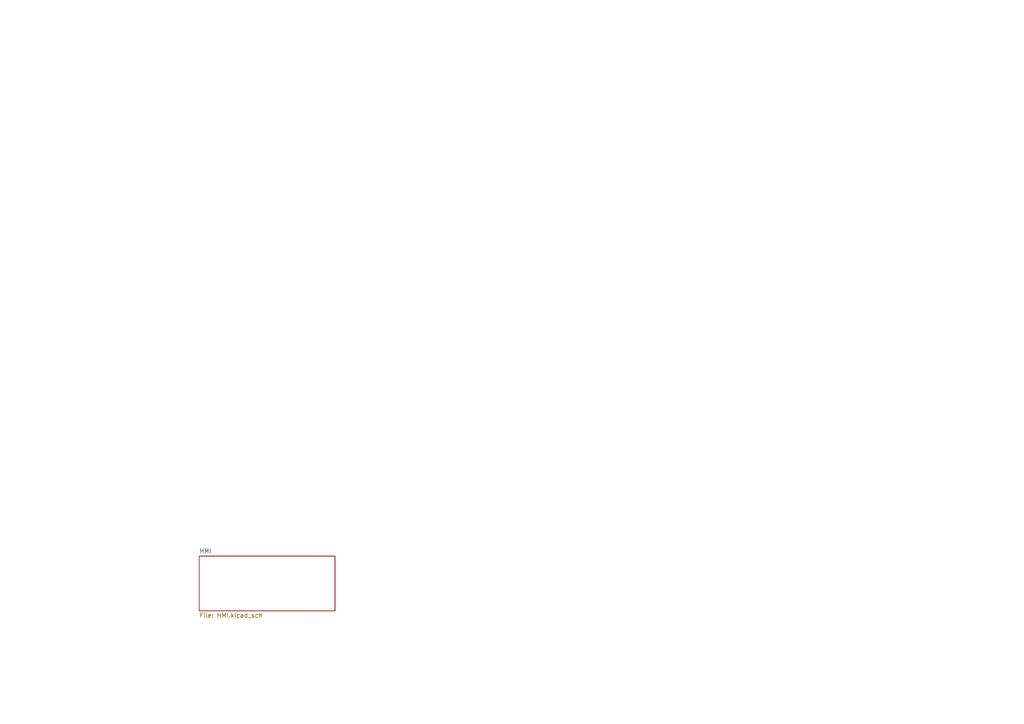
<source format=kicad_sch>
(kicad_sch
	(version 20250114)
	(generator "eeschema")
	(generator_version "9.0")
	(uuid "ee47f507-02e8-4ef5-a6d4-1ac4b2022b93")
	(paper "A4")
	(title_block
		(comment 1 "This design file is licensed under the CERN-OHL-S v2.0.")
		(comment 2 "Copyright (c) 2025 MiraTherm")
	)
	(lib_symbols)
	(sheet
		(at 57.785 161.29)
		(size 39.37 15.875)
		(exclude_from_sim no)
		(in_bom yes)
		(on_board yes)
		(dnp no)
		(fields_autoplaced yes)
		(stroke
			(width 0.1524)
			(type solid)
		)
		(fill
			(color 0 0 0 0.0000)
		)
		(uuid "1ab1902b-acf7-4c4c-8c09-61d5cb12072a")
		(property "Sheetname" "HMI"
			(at 57.785 160.5784 0)
			(effects
				(font
					(size 1.27 1.27)
				)
				(justify left bottom)
			)
		)
		(property "Sheetfile" "HMI.kicad_sch"
			(at 57.785 177.7496 0)
			(effects
				(font
					(size 1.27 1.27)
				)
				(justify left top)
			)
		)
		(instances
			(project "mt-rt"
				(path "/ee47f507-02e8-4ef5-a6d4-1ac4b2022b93"
					(page "2")
				)
			)
		)
	)
	(sheet_instances
		(path "/"
			(page "1")
		)
	)
	(embedded_fonts no)
)

</source>
